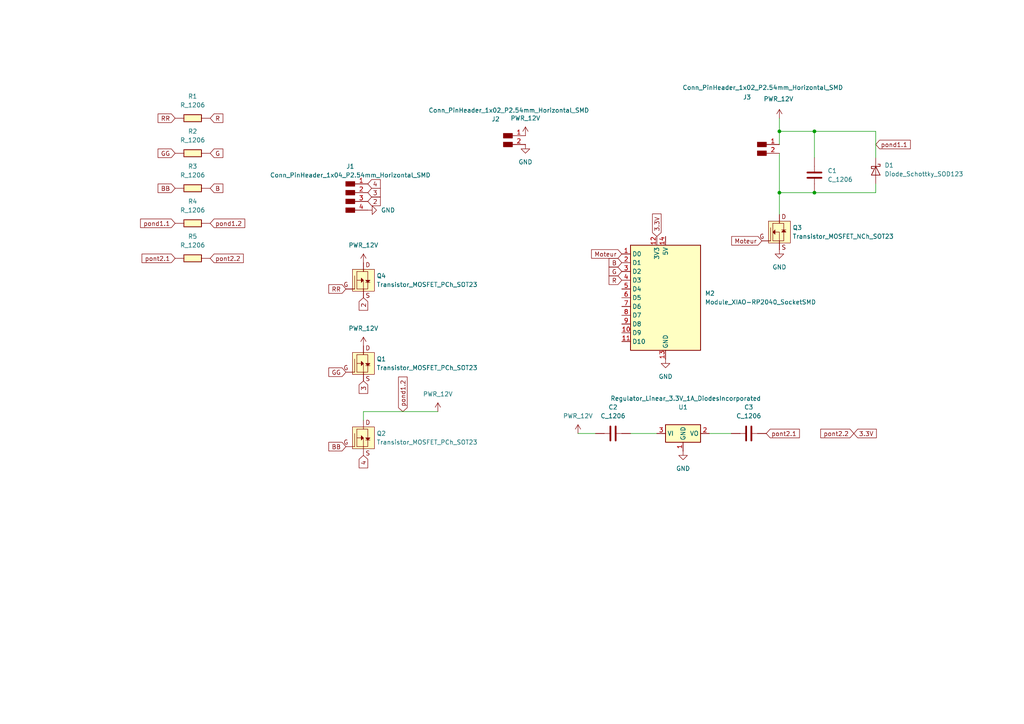
<source format=kicad_sch>
(kicad_sch (version 20231120) (generator "eeschema") (generator_version "8.0")
  (paper "A4")
  (lib_symbols
    (symbol "Fabac:C_1206" (pin_numbers hide)
      (property "Reference" "C" (at 0.635 2.54 0))
      (property "Value" "C_1206" (at 0.635 -2.54 0))
      (symbol "C_1206_0_1"
        (polyline (pts (xy -2.032 -0.762) (xy 2.032 -0.762)) (stroke (width 0.508)))
        (polyline (pts (xy -2.032 0.762) (xy 2.032 0.762)) (stroke (width 0.508)))
        (polyline (pts (xy 0 -0.635) (xy 0 -2.54)))
        (polyline (pts (xy 0 0.635) (xy 0 2.54)))
      )
      (symbol "C_1206_1_1"
        (pin passive line (at 0 5.08 270) (length 2.54) (name "~") (number "1"))
        (pin passive line (at 0 -5.08 90) (length 2.54) (name "~") (number "2"))
      )
    )
    (symbol "Fabac:Conn_PinHeader_1x02_P2.54mm_Horizontal_SMD" (pin_names hide)
      (property "Reference" "J" (at 0 2.54 0))
      (property "Value" "Conn_PinHeader_1x02_P2.54mm_Horizontal_SMD" (at 0 -5.08 0))
      (symbol "Conn_PinHeader_1x02_P2.54mm_Horizontal_SMD_1_1"
        (rectangle (start -1.27 -1.905) (end 1.27 -3.175) (stroke (width 0.254)) (fill (type outline)))
        (rectangle (start -1.27 0.635) (end 1.27 -0.635) (stroke (width 0.254)) (fill (type outline)))
        (pin passive line (at 5.08 0 180) (length 3.81) (name "Pin_1") (number "1"))
        (pin passive line (at 5.08 -2.54 180) (length 3.81) (name "Pin_2") (number "2"))
      )
    )
    (symbol "Fabac:Conn_PinHeader_1x04_P2.54mm_Horizontal_SMD" (pin_names hide)
      (property "Reference" "J" (at 0 5.08 0))
      (property "Value" "Conn_PinHeader_1x04_P2.54mm_Horizontal_SMD" (at 0 -7.62 0))
      (symbol "Conn_PinHeader_1x04_P2.54mm_Horizontal_SMD_1_1"
        (rectangle (start -1.27 -4.445) (end 1.27 -5.715) (stroke (width 0.254)) (fill (type outline)))
        (rectangle (start -1.27 -1.905) (end 1.27 -3.175) (stroke (width 0.254)) (fill (type outline)))
        (rectangle (start -1.27 0.635) (end 1.27 -0.635) (stroke (width 0.254)) (fill (type outline)))
        (rectangle (start -1.27 3.175) (end 1.27 1.905) (stroke (width 0.254)) (fill (type outline)))
        (pin passive line (at 5.08 2.54 180) (length 3.81) (name "Pin_1") (number "1"))
        (pin passive line (at 5.08 0 180) (length 3.81) (name "Pin_2") (number "2"))
        (pin passive line (at 5.08 -2.54 180) (length 3.81) (name "Pin_3") (number "3"))
        (pin passive line (at 5.08 -5.08 180) (length 3.81) (name "Pin_4") (number "4"))
      )
    )
    (symbol "Fabac:Diode_Schottky_SOD123" (pin_numbers hide) (pin_names (offset 1.016) hide)
      (property "Reference" "D" (at 0 2.54 0))
      (property "Value" "Diode_Schottky_SOD123" (at 0 -2.54 0))
      (symbol "Diode_Schottky_SOD123_0_1"
        (polyline (pts (xy 1.27 0) (xy -1.27 0)))
        (polyline (pts (xy 1.27 1.27) (xy 1.27 -1.27) (xy -1.27 0) (xy 1.27 1.27)) (stroke (width 0.2032)))
        (polyline (pts (xy -1.905 0.635) (xy -1.905 1.27) (xy -1.27 1.27) (xy -1.27 -1.27) (xy -0.635 -1.27) (xy -0.635 -0.635)) (stroke (width 0.2032)))
      )
      (symbol "Diode_Schottky_SOD123_1_1"
        (pin passive line (at -3.81 0 0) (length 2.54) (name "K") (number "1"))
        (pin passive line (at 3.81 0 180) (length 2.54) (name "A") (number "2"))
      )
    )
    (symbol "Fabac:Module_XIAO-RP2040_SocketSMD"
      (property "Reference" "M" (at -10.16 16.51 0))
      (property "Value" "Module_XIAO-RP2040_SocketSMD" (at 1.27 16.51 0))
      (symbol "Module_XIAO-RP2040_SocketSMD_1_1"
        (rectangle (start -10.16 15.24) (end 10.16 -15.24) (stroke (width 0.254)) (fill (type background)))
        (pin bidirectional line (at -12.7 12.7 0) (length 2.54) (name "D0") (number "1"))
        (pin bidirectional line (at -12.7 -10.16 0) (length 2.54) (name "D9") (number "10"))
        (pin bidirectional line (at -12.7 -12.7 0) (length 2.54) (name "D10") (number "11"))
        (pin power_in line (at -2.54 17.78 270) (length 2.54) (name "3V3") (number "12"))
        (pin power_in line (at 0 -17.78 90) (length 2.54) (name "GND") (number "13"))
        (pin power_in line (at 0 17.78 270) (length 2.54) (name "5V") (number "14"))
        (pin bidirectional line (at -12.7 10.16 0) (length 2.54) (name "D1") (number "2"))
        (pin bidirectional line (at -12.7 7.62 0) (length 2.54) (name "D2") (number "3"))
        (pin bidirectional line (at -12.7 5.08 0) (length 2.54) (name "D3") (number "4"))
        (pin bidirectional line (at -12.7 2.54 0) (length 2.54) (name "D4") (number "5"))
        (pin bidirectional line (at -12.7 0 0) (length 2.54) (name "D5") (number "6"))
        (pin bidirectional line (at -12.7 -2.54 0) (length 2.54) (name "D6") (number "7"))
        (pin bidirectional line (at -12.7 -5.08 0) (length 2.54) (name "D7") (number "8"))
        (pin bidirectional line (at -12.7 -7.62 0) (length 2.54) (name "D8") (number "9"))
      )
    )
    (symbol "Fabac:PWR_12V" (power) (pin_names (offset 0))
      (property "Value" "PWR_12V" (at 0 3.556 0))
      (symbol "PWR_12V_0_1"
        (polyline (pts (xy -0.762 1.27) (xy 0 2.54)))
        (polyline (pts (xy 0 0) (xy 0 2.54)))
        (polyline (pts (xy 0 2.54) (xy 0.762 1.27)))
      )
      (symbol "PWR_12V_1_1"
        (pin power_in line (at 0 0 90) (length 0) hide (name "PWR_12V") (number "1"))
      )
    )
    (symbol "Fabac:R_1206" (pin_numbers hide) (pin_names (offset 0))
      (property "Reference" "R" (at 2.54 0 90))
      (property "Value" "R_1206" (at -2.54 0 90))
      (symbol "R_1206_0_1"
        (rectangle (start -1.016 -2.54) (end 1.016 2.54) (stroke (width 0.254)) (fill (type background)))
      )
      (symbol "R_1206_1_1"
        (pin passive line (at 0 5.08 270) (length 2.54) (name "~") (number "1"))
        (pin passive line (at 0 -5.08 90) (length 2.54) (name "~") (number "2"))
      )
    )
    (symbol "Fabac:Regulator_Linear_3.3V_1A_DiodesIncorporated"
      (property "Reference" "U" (at -5.08 6.35 0))
      (property "Value" "Regulator_Linear_3.3V_1A_DiodesIncorporated" (at -5.08 3.81 0))
      (symbol "Regulator_Linear_3.3V_1A_DiodesIncorporated_0_1"
        (rectangle (start -5.08 2.54) (end 5.08 -2.54) (stroke (width 0.254)) (fill (type background)))
      )
      (symbol "Regulator_Linear_3.3V_1A_DiodesIncorporated_1_1"
        (pin power_in line (at 0 -5.08 90) (length 2.54) (name "GND") (number "1"))
        (pin power_out line (at 7.62 0 180) (length 2.54) (name "VO") (number "2"))
        (pin power_in line (at -7.62 0 0) (length 2.54) (name "VI") (number "3"))
      )
    )
    (symbol "Fabac:Transistor_MOSFET_NCh_SOT23" (pin_numbers hide) (pin_names (offset 1.016) hide)
      (property "Reference" "Q" (at 3.81 1.27 0))
      (property "Value" "Transistor_MOSFET_NCh_SOT23" (at 3.81 -1.27 0))
      (symbol "Transistor_MOSFET_NCh_SOT23_0_1"
        (polyline (pts (xy 0 2.54) (xy 1.27 2.54) (xy 1.27 -2.54) (xy 0 -2.54)))
      )
      (symbol "Transistor_MOSFET_NCh_SOT23_1_0"
        (text "D" (at 1.27 4.445 0) (effects (font (size 1.27 1.27))))
        (text "G" (at -5.08 -1.27 0) (effects (font (size 1.27 1.27))))
        (text "S" (at 1.27 -4.445 0) (effects (font (size 1.27 1.27))))
      )
      (symbol "Transistor_MOSFET_NCh_SOT23_1_1"
        (rectangle (start -3.175 3.175) (end 3.175 -3.175) (fill (type background)))
        (polyline (pts (xy -2.54 -2.54) (xy -2.54 1.27)) (stroke (width 0.15)))
        (polyline (pts (xy -1.905 -2.54) (xy 0 -2.54)) (stroke (width 0.15)))
        (polyline (pts (xy -1.905 2.54) (xy -1.905 -2.54)) (stroke (width 0.15)))
        (polyline (pts (xy 0 2.54) (xy -1.905 2.54)) (stroke (width 0.15)))
        (polyline (pts (xy 0.635 0.635) (xy 1.905 0.635)) (stroke (width 0.15)))
        (polyline (pts (xy 0 -2.54) (xy 0 0) (xy -1.905 0)) (stroke (width 0.15)))
        (polyline (pts (xy -1.905 0) (xy -1.27 0.635) (xy -1.27 -0.635) (xy -1.905 0)) (fill (type outline)))
        (polyline (pts (xy 1.27 0.635) (xy 1.905 0) (xy 0.635 0) (xy 1.27 0.635)) (fill (type outline)))
        (pin passive line (at -5.08 -2.54 0) (length 2.54) (name "G") (number "1"))
        (pin passive line (at 0 -5.08 90) (length 2.54) (name "S") (number "2"))
        (pin passive line (at 0 5.08 270) (length 2.54) (name "D") (number "3"))
      )
    )
    (symbol "Fabac:Transistor_MOSFET_PCh_SOT23" (pin_numbers hide) (pin_names hide)
      (property "Reference" "Q" (at 3.81 1.27 0))
      (property "Value" "Transistor_MOSFET_PCh_SOT23" (at 3.81 -1.27 0))
      (symbol "Transistor_MOSFET_PCh_SOT23_0_1"
        (polyline (pts (xy 0 2.54) (xy 1.27 2.54) (xy 1.27 -2.54) (xy 0 -2.54)))
      )
      (symbol "Transistor_MOSFET_PCh_SOT23_1_0"
        (text "D" (at 1.27 4.445 0) (effects (font (size 1.27 1.27))))
        (text "G" (at -5.08 -1.27 0) (effects (font (size 1.27 1.27))))
        (text "S" (at 1.27 -4.445 0) (effects (font (size 1.27 1.27))))
      )
      (symbol "Transistor_MOSFET_PCh_SOT23_1_1"
        (rectangle (start -3.175 3.175) (end 3.175 -3.175) (fill (type background)))
        (polyline (pts (xy -2.54 -2.54) (xy -2.54 1.27)) (stroke (width 0.15)))
        (polyline (pts (xy -1.905 -2.54) (xy 0 -2.54)) (stroke (width 0.15)))
        (polyline (pts (xy -1.905 2.54) (xy -1.905 -2.54)) (stroke (width 0.15)))
        (polyline (pts (xy 0 2.54) (xy -1.905 2.54)) (stroke (width 0.15)))
        (polyline (pts (xy 0.635 -0.635) (xy 1.905 -0.635)) (stroke (width 0.15)))
        (polyline (pts (xy 0 -2.54) (xy 0 0) (xy -1.905 0)) (stroke (width 0.15)))
        (polyline (pts (xy 0 0) (xy -0.635 -0.635) (xy -0.635 0.635) (xy 0 0)) (fill (type outline)))
        (polyline (pts (xy 1.27 -0.635) (xy 0.635 0) (xy 1.905 0) (xy 1.27 -0.635)) (fill (type outline)))
        (pin passive line (at -5.08 -2.54 0) (length 2.54) (name "G") (number "1"))
        (pin passive line (at 0 -5.08 90) (length 2.54) (name "S") (number "2"))
        (pin passive line (at 0 5.08 270) (length 2.54) (name "D") (number "3"))
      )
    )
    (symbol "power:GND" (power) (pin_numbers hide) (pin_names (offset 0) hide)
      (property "Value" "GND" (at 0 -3.81 0))
      (symbol "GND_0_1"
        (polyline (pts (xy 0 0) (xy 0 -1.27) (xy 1.27 -1.27) (xy 0 -2.54) (xy -1.27 -1.27) (xy 0 -1.27)))
      )
      (symbol "GND_1_1"
        (pin power_in line (at 0 0 270) (length 0) (name "~") (number "1"))
      )
    )
  )
  (junction (at 226.06 55.88))
  (junction (at 236.22 38.1))
  (junction (at 236.22 55.88))
  (junction (at 226.06 38.1))
  (wire (pts (xy 226.06 44.45) (xy 226.06 55.88)))
  (wire (pts (xy 236.22 38.1) (xy 226.06 38.1)))
  (wire (pts (xy 226.06 55.88) (xy 236.22 55.88)))
  (wire (pts (xy 226.06 38.1) (xy 226.06 41.91)))
  (wire (pts (xy 226.06 34.29) (xy 226.06 38.1)))
  (wire (pts (xy 205.74 125.73) (xy 212.09 125.73)))
  (wire (pts (xy 127 119.38) (xy 105.41 119.38)))
  (wire (pts (xy 167.64 125.73) (xy 172.72 125.73)))
  (wire (pts (xy 254 53.34) (xy 254 55.88)))
  (wire (pts (xy 236.22 55.88) (xy 254 55.88)))
  (wire (pts (xy 254 38.1) (xy 254 45.72)))
  (wire (pts (xy 105.41 119.38) (xy 105.41 121.92)))
  (wire (pts (xy 254 38.1) (xy 236.22 38.1)))
  (wire (pts (xy 236.22 38.1) (xy 236.22 45.72)))
  (wire (pts (xy 182.88 125.73) (xy 190.5 125.73)))
  (wire (pts (xy 226.06 55.88) (xy 226.06 62.23)))
  (global_label "pont2.1" (shape input) (at 50.8 74.93 180) (property "Intersheetrefs" "${INTERSHEET_REFS}" (effects (hide yes))))
  (global_label "3.3V" (shape input) (at 190.5 68.58 90) (property "Intersheetrefs" "${INTERSHEET_REFS}" (effects (hide yes))))
  (global_label "R" (shape input) (at 60.96 34.29 0) (property "Intersheetrefs" "${INTERSHEET_REFS}" (effects (hide yes))))
  (global_label "pond1.1" (shape input) (at 254 41.91 0) (property "Intersheetrefs" "${INTERSHEET_REFS}" (effects (hide yes))))
  (global_label "2" (shape input) (at 105.41 86.36 270) (property "Intersheetrefs" "${INTERSHEET_REFS}" (effects (hide yes))))
  (global_label "pond1.2" (shape input) (at 60.96 64.77 0) (property "Intersheetrefs" "${INTERSHEET_REFS}" (effects (hide yes))))
  (global_label "2" (shape input) (at 106.68 58.42 0) (property "Intersheetrefs" "${INTERSHEET_REFS}" (effects (hide yes))))
  (global_label "B" (shape input) (at 180.34 76.2 180) (property "Intersheetrefs" "${INTERSHEET_REFS}" (effects (hide yes))))
  (global_label "B" (shape input) (at 60.96 54.61 0) (property "Intersheetrefs" "${INTERSHEET_REFS}" (effects (hide yes))))
  (global_label "R" (shape input) (at 180.34 81.28 180) (property "Intersheetrefs" "${INTERSHEET_REFS}" (effects (hide yes))))
  (global_label "GG" (shape input) (at 100.33 107.95 180) (property "Intersheetrefs" "${INTERSHEET_REFS}" (effects (hide yes))))
  (global_label "GG" (shape input) (at 50.8 44.45 180) (property "Intersheetrefs" "${INTERSHEET_REFS}" (effects (hide yes))))
  (global_label "BB" (shape input) (at 50.8 54.61 180) (property "Intersheetrefs" "${INTERSHEET_REFS}" (effects (hide yes))))
  (global_label "pond1.2" (shape input) (at 116.84 119.38 90) (property "Intersheetrefs" "${INTERSHEET_REFS}" (effects (hide yes))))
  (global_label "4" (shape input) (at 105.41 132.08 270) (property "Intersheetrefs" "${INTERSHEET_REFS}" (effects (hide yes))))
  (global_label "RR" (shape input) (at 100.33 83.82 180) (property "Intersheetrefs" "${INTERSHEET_REFS}" (effects (hide yes))))
  (global_label "G" (shape input) (at 60.96 44.45 0) (property "Intersheetrefs" "${INTERSHEET_REFS}" (effects (hide yes))))
  (global_label "3.3V" (shape input) (at 247.65 125.73 0) (property "Intersheetrefs" "${INTERSHEET_REFS}" (effects (hide yes))))
  (global_label "Moteur" (shape input) (at 220.98 69.85 180) (property "Intersheetrefs" "${INTERSHEET_REFS}" (effects (hide yes))))
  (global_label "3" (shape input) (at 106.68 55.88 0) (property "Intersheetrefs" "${INTERSHEET_REFS}" (effects (hide yes))))
  (global_label "pont2.2" (shape input) (at 247.65 125.73 180) (property "Intersheetrefs" "${INTERSHEET_REFS}" (effects (hide yes))))
  (global_label "Moteur" (shape input) (at 180.34 73.66 180) (property "Intersheetrefs" "${INTERSHEET_REFS}" (effects (hide yes))))
  (global_label "RR" (shape input) (at 50.8 34.29 180) (property "Intersheetrefs" "${INTERSHEET_REFS}" (effects (hide yes))))
  (global_label "BB" (shape input) (at 100.33 129.54 180) (property "Intersheetrefs" "${INTERSHEET_REFS}" (effects (hide yes))))
  (global_label "pont2.1" (shape input) (at 222.25 125.73 0) (property "Intersheetrefs" "${INTERSHEET_REFS}" (effects (hide yes))))
  (global_label "3" (shape input) (at 105.41 110.49 270) (property "Intersheetrefs" "${INTERSHEET_REFS}" (effects (hide yes))))
  (global_label "pont2.2" (shape input) (at 60.96 74.93 0) (property "Intersheetrefs" "${INTERSHEET_REFS}" (effects (hide yes))))
  (global_label "4" (shape input) (at 106.68 53.34 0) (property "Intersheetrefs" "${INTERSHEET_REFS}" (effects (hide yes))))
  (global_label "pond1.1" (shape input) (at 50.8 64.77 180) (property "Intersheetrefs" "${INTERSHEET_REFS}" (effects (hide yes))))
  (global_label "G" (shape input) (at 180.34 78.74 180) (property "Intersheetrefs" "${INTERSHEET_REFS}" (effects (hide yes))))
  (symbol (lib_id "power:GND") (at 226.06 72.39 0) (unit 1)
    (property "Reference" "#PWR010" (effects (hide yes)))
    (property "Value" "GND" (at 226.06 77.47 0))
    (property "Description" "Power symbol creates a global label with name \"GND\" , ground" (effects (hide yes)))
  )
  (symbol (lib_id "Fabac:PWR_12V") (at 152.4 39.37 0) (unit 1)
    (property "Reference" "#PWR04" (effects (hide yes)))
    (property "Value" "PWR_12V" (at 152.4 34.29 0))
    (property "Description" "Power symbol creates a global label with name \"+12V\"" (effects (hide yes)))
  )
  (symbol (lib_id "power:GND") (at 198.12 130.81 0) (unit 1)
    (property "Reference" "#PWR012" (effects (hide yes)))
    (property "Value" "GND" (at 198.12 135.89 0))
    (property "Description" "Power symbol creates a global label with name \"GND\" , ground" (effects (hide yes)))
  )
  (symbol (lib_id "Fabac:Conn_PinHeader_1x02_P2.54mm_Horizontal_SMD") (at 220.98 41.91 0) (unit 1)
    (property "Reference" "J3" (at 216.662 28.194 0))
    (property "Value" "Conn_PinHeader_1x02_P2.54mm_Horizontal_SMD" (at 221.234 25.4 0))
    (property "Footprint" "Fabac:PinHeader_1x02_P2.54mm_Horizontal_SMD" (effects (hide yes)))
    (property "Description" "Male connector, single row" (effects (hide yes)))
  )
  (symbol (lib_id "Fabac:C_1206") (at 217.17 125.73 90) (unit 1)
    (property "Reference" "C3" (at 217.17 118.11 90))
    (property "Value" "C_1206" (at 217.17 120.65 90))
    (property "Footprint" "Fabac:C_1206" (effects (hide yes)))
    (property "Datasheet" "https://www.yageo.com/upload/media/product/productsearch/datasheet/mlcc/UPY-GP_NP0_16V-to-50V_18.pdf" (effects (hide yes)))
    (property "Description" "Unpolarized capacitor, SMD, 1206" (effects (hide yes)))
  )
  (symbol (lib_id "Fabac:Transistor_MOSFET_PCh_SOT23") (at 105.41 127 0) (unit 1)
    (property "Reference" "Q2" (at 109.22 125.7299 0) (effects (justify left)))
    (property "Value" "Transistor_MOSFET_PCh_SOT23" (at 109.22 128.2699 0) (effects (justify left)))
    (property "Footprint" "Fabac:SOT-23-3" (effects (hide yes)))
    (property "Datasheet" "https://www.onsemi.com/pub/Collateral/NDS356AP-D.PDF" (effects (hide yes)))
    (property "Description" "P-Channel mosfet NDS356AP in SOT-23 package" (effects (hide yes)))
  )
  (symbol (lib_id "Fabac:Module_XIAO-RP2040_SocketSMD") (at 193.04 86.36 0) (unit 1)
    (property "Reference" "M2" (at 204.47 85.0899 0) (effects (justify left)))
    (property "Value" "Module_XIAO-RP2040_SocketSMD" (at 204.47 87.6299 0) (effects (justify left)))
    (property "Footprint" "Fabac:SeeedStudio_XIAO_RP2040" (effects (hide yes)))
    (property "Datasheet" "https://wiki.seeedstudio.com/XIAO-RP2040/" (effects (hide yes)))
    (property "Description" "RP2040 XIAO RP2040 - ARM® Cortex®-M0+ MCU 32-Bit Embedded Evaluation Board SMD Socket (Female Header)" (effects (hide yes)))
  )
  (symbol (lib_id "Fabac:PWR_12V") (at 127 119.38 0) (unit 1)
    (property "Reference" "#PWR08" (effects (hide yes)))
    (property "Value" "PWR_12V" (at 127 114.3 0))
    (property "Description" "Power symbol creates a global label with name \"+12V\"" (effects (hide yes)))
  )
  (symbol (lib_id "Fabac:PWR_12V") (at 105.41 100.33 0) (unit 1)
    (property "Reference" "#PWR07" (effects (hide yes)))
    (property "Value" "PWR_12V" (at 105.41 95.25 0))
    (property "Description" "Power symbol creates a global label with name \"+12V\"" (effects (hide yes)))
  )
  (symbol (lib_id "Fabac:PWR_12V") (at 226.06 34.29 0) (unit 1)
    (property "Reference" "#PWR09" (effects (hide yes)))
    (property "Value" "PWR_12V" (at 225.806 28.702 0))
    (property "Description" "Power symbol creates a global label with name \"+12V\"" (effects (hide yes)))
  )
  (symbol (lib_id "Fabac:R_1206") (at 55.88 54.61 90) (unit 1)
    (property "Reference" "R3" (at 55.88 48.26 90))
    (property "Value" "R_1206" (at 55.88 50.8 90))
    (property "Footprint" "Fabac:R_1206" (effects (hide yes)))
    (property "Description" "Resistor" (effects (hide yes)))
  )
  (symbol (lib_id "Fabac:R_1206") (at 55.88 74.93 90) (unit 1)
    (property "Reference" "R5" (at 55.88 68.58 90))
    (property "Value" "R_1206" (at 55.88 71.12 90))
    (property "Footprint" "Fabac:R_1206" (effects (hide yes)))
    (property "Description" "Resistor" (effects (hide yes)))
  )
  (symbol (lib_id "Fabac:Conn_PinHeader_1x04_P2.54mm_Horizontal_SMD") (at 101.6 55.88 0) (unit 1)
    (property "Reference" "J1" (at 101.6 48.26 0))
    (property "Value" "Conn_PinHeader_1x04_P2.54mm_Horizontal_SMD" (at 101.6 50.8 0))
    (property "Footprint" "Fabac:PinHeader_1x04_P2.54mm_Horizontal_SMD" (effects (hide yes)))
    (property "Description" "Male connector, single row" (effects (hide yes)))
  )
  (symbol (lib_id "Fabac:Conn_PinHeader_1x02_P2.54mm_Horizontal_SMD") (at 147.32 39.37 0) (unit 1)
    (property "Reference" "J2" (at 143.764 34.544 0))
    (property "Value" "Conn_PinHeader_1x02_P2.54mm_Horizontal_SMD" (at 147.574 32.004 0))
    (property "Footprint" "Fabac:PinHeader_1x02_P2.54mm_Horizontal_SMD" (effects (hide yes)))
    (property "Description" "Male connector, single row" (effects (hide yes)))
  )
  (symbol (lib_id "Fabac:R_1206") (at 55.88 64.77 90) (unit 1)
    (property "Reference" "R4" (at 55.88 58.42 90))
    (property "Value" "R_1206" (at 55.88 60.96 90))
    (property "Footprint" "Fabac:R_1206" (effects (hide yes)))
    (property "Description" "Resistor" (effects (hide yes)))
  )
  (symbol (lib_id "Fabac:R_1206") (at 55.88 34.29 90) (unit 1)
    (property "Reference" "R1" (at 55.88 27.94 90))
    (property "Value" "R_1206" (at 55.88 30.48 90))
    (property "Footprint" "Fabac:R_1206" (effects (hide yes)))
    (property "Description" "Resistor" (effects (hide yes)))
  )
  (symbol (lib_id "Fabac:C_1206") (at 177.8 125.73 90) (unit 1)
    (property "Reference" "C2" (at 177.8 118.11 90))
    (property "Value" "C_1206" (at 177.8 120.65 90))
    (property "Footprint" "Fabac:C_1206" (effects (hide yes)))
    (property "Datasheet" "https://www.yageo.com/upload/media/product/productsearch/datasheet/mlcc/UPY-GP_NP0_16V-to-50V_18.pdf" (effects (hide yes)))
    (property "Description" "Unpolarized capacitor, SMD, 1206" (effects (hide yes)))
  )
  (symbol (lib_id "Fabac:Transistor_MOSFET_PCh_SOT23") (at 105.41 105.41 0) (unit 1)
    (property "Reference" "Q1" (at 109.22 104.1399 0) (effects (justify left)))
    (property "Value" "Transistor_MOSFET_PCh_SOT23" (at 109.22 106.6799 0) (effects (justify left)))
    (property "Footprint" "Fabac:SOT-23-3" (effects (hide yes)))
    (property "Datasheet" "https://www.onsemi.com/pub/Collateral/NDS356AP-D.PDF" (effects (hide yes)))
    (property "Description" "P-Channel mosfet NDS356AP in SOT-23 package" (effects (hide yes)))
  )
  (symbol (lib_id "power:GND") (at 106.68 60.96 90) (unit 1)
    (property "Reference" "#PWR03" (effects (hide yes)))
    (property "Value" "GND" (at 110.49 60.9599 90) (effects (justify right)))
    (property "Description" "Power symbol creates a global label with name \"GND\" , ground" (effects (hide yes)))
  )
  (symbol (lib_id "Fabac:PWR_12V") (at 105.41 76.2 0) (unit 1)
    (property "Reference" "#PWR06" (effects (hide yes)))
    (property "Value" "PWR_12V" (at 105.41 71.12 0))
    (property "Description" "Power symbol creates a global label with name \"+12V\"" (effects (hide yes)))
  )
  (symbol (lib_id "Fabac:C_1206") (at 236.22 50.8 0) (unit 1)
    (property "Reference" "C1" (at 240.03 49.5299 0) (effects (justify left)))
    (property "Value" "C_1206" (at 240.03 52.0699 0) (effects (justify left)))
    (property "Footprint" "Fabac:C_1206" (effects (hide yes)))
    (property "Datasheet" "https://www.yageo.com/upload/media/product/productsearch/datasheet/mlcc/UPY-GP_NP0_16V-to-50V_18.pdf" (effects (hide yes)))
    (property "Description" "Unpolarized capacitor, SMD, 1206" (effects (hide yes)))
  )
  (symbol (lib_id "Fabac:Transistor_MOSFET_PCh_SOT23") (at 105.41 81.28 0) (unit 1)
    (property "Reference" "Q4" (at 109.22 80.0099 0) (effects (justify left)))
    (property "Value" "Transistor_MOSFET_PCh_SOT23" (at 109.22 82.5499 0) (effects (justify left)))
    (property "Footprint" "Fabac:SOT-23-3" (effects (hide yes)))
    (property "Datasheet" "https://www.onsemi.com/pub/Collateral/NDS356AP-D.PDF" (effects (hide yes)))
    (property "Description" "P-Channel mosfet NDS356AP in SOT-23 package" (effects (hide yes)))
  )
  (symbol (lib_id "Fabac:R_1206") (at 55.88 44.45 90) (unit 1)
    (property "Reference" "R2" (at 55.88 38.1 90))
    (property "Value" "R_1206" (at 55.88 40.64 90))
    (property "Footprint" "Fabac:R_1206" (effects (hide yes)))
    (property "Description" "Resistor" (effects (hide yes)))
  )
  (symbol (lib_id "Fabac:PWR_12V") (at 167.64 125.73 0) (unit 1)
    (property "Reference" "#PWR011" (effects (hide yes)))
    (property "Value" "PWR_12V" (at 167.64 120.65 0))
    (property "Description" "Power symbol creates a global label with name \"+12V\"" (effects (hide yes)))
  )
  (symbol (lib_id "power:GND") (at 152.4 41.91 0) (unit 1)
    (property "Reference" "#PWR05" (effects (hide yes)))
    (property "Value" "GND" (at 152.4 46.99 0))
    (property "Description" "Power symbol creates a global label with name \"GND\" , ground" (effects (hide yes)))
  )
  (symbol (lib_id "Fabac:Regulator_Linear_3.3V_1A_DiodesIncorporated") (at 198.12 125.73 0) (unit 1)
    (property "Reference" "U1" (at 198.12 118.11 0))
    (property "Value" "Regulator_Linear_3.3V_1A_DiodesIncorporated" (at 198.882 115.57 0))
    (property "Footprint" "Fabac:SOT-223-3_TabPin2" (effects (hide yes)))
    (property "Datasheet" "https://www.diodes.com/assets/Datasheets/AZ1117I.pdf" (effects (hide yes)))
    (property "Description" "3.3V 1A Linear regulator from Diodes Incorporated in SOT-223-3 package" (effects (hide yes)))
  )
  (symbol (lib_id "Fabac:Diode_Schottky_SOD123") (at 254 49.53 270) (unit 1)
    (property "Reference" "D1" (at 256.54 47.9424 90) (effects (justify left)))
    (property "Value" "Diode_Schottky_SOD123" (at 256.54 50.4824 90) (effects (justify left)))
    (property "Footprint" "Fabac:SOD-123" (effects (hide yes)))
    (property "Datasheet" "https://www.st.com/content/ccc/resource/technical/document/datasheet/c6/32/d4/4a/28/d3/4b/11/CD00004930.pdf/files/CD00004930.pdf/jcr:content/translations/en.CD00004930.pdf" (effects (hide yes)))
    (property "Description" "Schottky diode" (effects (hide yes)))
  )
  (symbol (lib_id "power:GND") (at 193.04 104.14 0) (unit 1)
    (property "Reference" "#PWR01" (effects (hide yes)))
    (property "Value" "GND" (at 193.04 109.22 0))
    (property "Description" "Power symbol creates a global label with name \"GND\" , ground" (effects (hide yes)))
  )
  (symbol (lib_id "Fabac:Transistor_MOSFET_NCh_SOT23") (at 226.06 67.31 0) (unit 1)
    (property "Reference" "Q3" (at 229.87 66.0399 0) (effects (justify left)))
    (property "Value" "Transistor_MOSFET_NCh_SOT23" (at 229.87 68.5799 0) (effects (justify left)))
    (property "Footprint" "Fabac:SOT-23-3" (effects (hide yes)))
    (property "Datasheet" "https://www.onsemi.com/pub/Collateral/NDS355AN-D.PDF" (effects (hide yes)))
    (property "Description" "N-Channel mosfet NDS355AN in SOT-23 package" (effects (hide yes)))
  )
)
</source>
